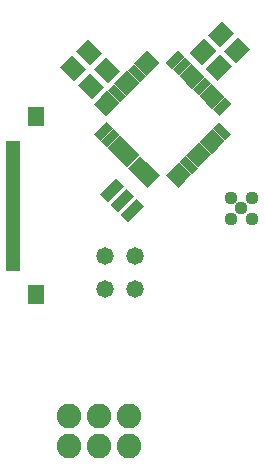
<source format=gbr>
G04 EAGLE Gerber RS-274X export*
G75*
%MOMM*%
%FSLAX34Y34*%
%LPD*%
%INSoldermask Top*%
%IPPOS*%
%AMOC8*
5,1,8,0,0,1.08239X$1,22.5*%
G01*
%ADD10C,1.111200*%
%ADD11R,0.903200X1.903200*%
%ADD12R,1.473200X0.762000*%
%ADD13R,0.762000X1.473200*%
%ADD14R,1.443200X1.703200*%
%ADD15R,1.203200X0.503200*%
%ADD16R,1.203200X1.203200*%
%ADD17C,2.082800*%
%ADD18C,1.473200*%

G36*
X178425Y309063D02*
X178425Y309063D01*
X178425Y309064D01*
X178425Y325564D01*
X178421Y325569D01*
X178420Y325569D01*
X165420Y325569D01*
X165415Y325565D01*
X165415Y325564D01*
X165415Y309064D01*
X165419Y309059D01*
X165420Y309059D01*
X178420Y309059D01*
X178425Y309063D01*
G37*
G36*
X178425Y158563D02*
X178425Y158563D01*
X178425Y158564D01*
X178425Y175064D01*
X178421Y175069D01*
X178420Y175069D01*
X165420Y175069D01*
X165415Y175065D01*
X165415Y175064D01*
X165415Y158564D01*
X165419Y158559D01*
X165420Y158559D01*
X178420Y158559D01*
X178425Y158563D01*
G37*
D10*
X345750Y239720D03*
X354750Y248720D03*
X336750Y248720D03*
X336750Y230720D03*
X354750Y230720D03*
D11*
G36*
X256810Y247917D02*
X263197Y241530D01*
X249740Y228073D01*
X243353Y234460D01*
X256810Y247917D01*
G37*
G36*
X248324Y256403D02*
X254711Y250016D01*
X241254Y236559D01*
X234867Y242946D01*
X248324Y256403D01*
G37*
G36*
X239839Y264888D02*
X246226Y258501D01*
X232769Y245044D01*
X226382Y251431D01*
X239839Y264888D01*
G37*
D12*
G36*
X237090Y307340D02*
X226674Y296924D01*
X221286Y302312D01*
X231702Y312728D01*
X237090Y307340D01*
G37*
G36*
X242747Y301683D02*
X232331Y291267D01*
X226943Y296655D01*
X237359Y307071D01*
X242747Y301683D01*
G37*
G36*
X248403Y296026D02*
X237987Y285610D01*
X232599Y290998D01*
X243015Y301414D01*
X248403Y296026D01*
G37*
G36*
X254060Y290369D02*
X243644Y279953D01*
X238256Y285341D01*
X248672Y295757D01*
X254060Y290369D01*
G37*
G36*
X259717Y284712D02*
X249301Y274296D01*
X243913Y279684D01*
X254329Y290100D01*
X259717Y284712D01*
G37*
G36*
X265374Y279055D02*
X254958Y268639D01*
X249570Y274027D01*
X259986Y284443D01*
X265374Y279055D01*
G37*
G36*
X271031Y273399D02*
X260615Y262983D01*
X255227Y268371D01*
X265643Y278787D01*
X271031Y273399D01*
G37*
G36*
X276688Y267742D02*
X266272Y257326D01*
X260884Y262714D01*
X271300Y273130D01*
X276688Y267742D01*
G37*
D13*
G36*
X297796Y262714D02*
X292408Y257326D01*
X281992Y267742D01*
X287380Y273130D01*
X297796Y262714D01*
G37*
G36*
X303453Y268371D02*
X298065Y262983D01*
X287649Y273399D01*
X293037Y278787D01*
X303453Y268371D01*
G37*
G36*
X309110Y274027D02*
X303722Y268639D01*
X293306Y279055D01*
X298694Y284443D01*
X309110Y274027D01*
G37*
G36*
X314767Y279684D02*
X309379Y274296D01*
X298963Y284712D01*
X304351Y290100D01*
X314767Y279684D01*
G37*
G36*
X320424Y285341D02*
X315036Y279953D01*
X304620Y290369D01*
X310008Y295757D01*
X320424Y285341D01*
G37*
G36*
X326081Y290998D02*
X320693Y285610D01*
X310277Y296026D01*
X315665Y301414D01*
X326081Y290998D01*
G37*
G36*
X331737Y296655D02*
X326349Y291267D01*
X315933Y301683D01*
X321321Y307071D01*
X331737Y296655D01*
G37*
G36*
X337394Y302312D02*
X332006Y296924D01*
X321590Y307340D01*
X326978Y312728D01*
X337394Y302312D01*
G37*
D12*
G36*
X337394Y328448D02*
X326978Y318032D01*
X321590Y323420D01*
X332006Y333836D01*
X337394Y328448D01*
G37*
G36*
X331737Y334105D02*
X321321Y323689D01*
X315933Y329077D01*
X326349Y339493D01*
X331737Y334105D01*
G37*
G36*
X326081Y339762D02*
X315665Y329346D01*
X310277Y334734D01*
X320693Y345150D01*
X326081Y339762D01*
G37*
G36*
X320424Y345419D02*
X310008Y335003D01*
X304620Y340391D01*
X315036Y350807D01*
X320424Y345419D01*
G37*
G36*
X314767Y351076D02*
X304351Y340660D01*
X298963Y346048D01*
X309379Y356464D01*
X314767Y351076D01*
G37*
G36*
X309110Y356733D02*
X298694Y346317D01*
X293306Y351705D01*
X303722Y362121D01*
X309110Y356733D01*
G37*
G36*
X303453Y362389D02*
X293037Y351973D01*
X287649Y357361D01*
X298065Y367777D01*
X303453Y362389D01*
G37*
G36*
X297796Y368046D02*
X287380Y357630D01*
X281992Y363018D01*
X292408Y373434D01*
X297796Y368046D01*
G37*
D13*
G36*
X276688Y363018D02*
X271300Y357630D01*
X260884Y368046D01*
X266272Y373434D01*
X276688Y363018D01*
G37*
G36*
X271031Y357361D02*
X265643Y351973D01*
X255227Y362389D01*
X260615Y367777D01*
X271031Y357361D01*
G37*
G36*
X265374Y351705D02*
X259986Y346317D01*
X249570Y356733D01*
X254958Y362121D01*
X265374Y351705D01*
G37*
G36*
X259717Y346048D02*
X254329Y340660D01*
X243913Y351076D01*
X249301Y356464D01*
X259717Y346048D01*
G37*
G36*
X254060Y340391D02*
X248672Y335003D01*
X238256Y345419D01*
X243644Y350807D01*
X254060Y340391D01*
G37*
G36*
X248403Y334734D02*
X243015Y329346D01*
X232599Y339762D01*
X237987Y345150D01*
X248403Y334734D01*
G37*
G36*
X242747Y329077D02*
X237359Y323689D01*
X226943Y334105D01*
X232331Y339493D01*
X242747Y329077D01*
G37*
G36*
X237090Y323420D02*
X231702Y318032D01*
X221286Y328448D01*
X226674Y333836D01*
X237090Y323420D01*
G37*
D14*
G36*
X312840Y361288D02*
X302635Y371493D01*
X314678Y383536D01*
X324883Y373331D01*
X312840Y361288D01*
G37*
G36*
X326276Y347853D02*
X316071Y358058D01*
X328114Y370101D01*
X338319Y359896D01*
X326276Y347853D01*
G37*
G36*
X328031Y376124D02*
X317826Y386329D01*
X329869Y398372D01*
X340074Y388167D01*
X328031Y376124D01*
G37*
G36*
X341466Y362689D02*
X331261Y372894D01*
X343304Y384937D01*
X353509Y374732D01*
X341466Y362689D01*
G37*
G36*
X205847Y373051D02*
X216052Y383256D01*
X228095Y371213D01*
X217890Y361008D01*
X205847Y373051D01*
G37*
G36*
X192412Y359616D02*
X202617Y369821D01*
X214660Y357778D01*
X204455Y347573D01*
X192412Y359616D01*
G37*
G36*
X221079Y357681D02*
X231284Y367886D01*
X243327Y355843D01*
X233122Y345638D01*
X221079Y357681D01*
G37*
G36*
X207644Y344246D02*
X217849Y354451D01*
X229892Y342408D01*
X219687Y332203D01*
X207644Y344246D01*
G37*
D15*
X152920Y249564D03*
X152920Y234564D03*
X152920Y244564D03*
X152920Y229564D03*
X152920Y254564D03*
X152920Y219564D03*
X152920Y274564D03*
X152920Y209564D03*
X152920Y284564D03*
X152920Y199564D03*
X152920Y194564D03*
X152920Y289564D03*
X152920Y189564D03*
X152920Y239564D03*
X152920Y279564D03*
X152920Y294564D03*
D16*
X171920Y166814D03*
X171920Y317314D03*
D15*
X152920Y204564D03*
X152920Y264564D03*
X152920Y214564D03*
X152920Y269564D03*
X152920Y224564D03*
X152920Y259564D03*
D17*
X200180Y38900D03*
X200180Y64300D03*
X225580Y38900D03*
X225580Y64300D03*
X250980Y38900D03*
X250980Y64300D03*
D18*
X230820Y199740D03*
X256220Y171330D03*
X256220Y199308D03*
X230820Y171406D03*
M02*

</source>
